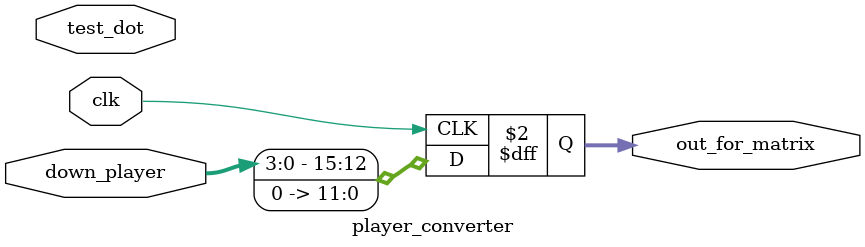
<source format=v>
module player_converter(
    out_for_matrix,
    down_player,
	test_dot,
	clk
);

parameter ROW = 4;
parameter COL = 4;

input clk, test_dot;
input[COL-1:0] down_player;
output[COL*ROW-1:0] out_for_matrix;
reg[COL*ROW-1:0] out_for_matrix;

always @ (posedge clk)
begin
	// fix bug missing source
	out_for_matrix = 16'h0000;
	// down-player
	out_for_matrix[ROW*COL-1:ROW*COL-4] = down_player;
end
endmodule // down_player_converter

</source>
